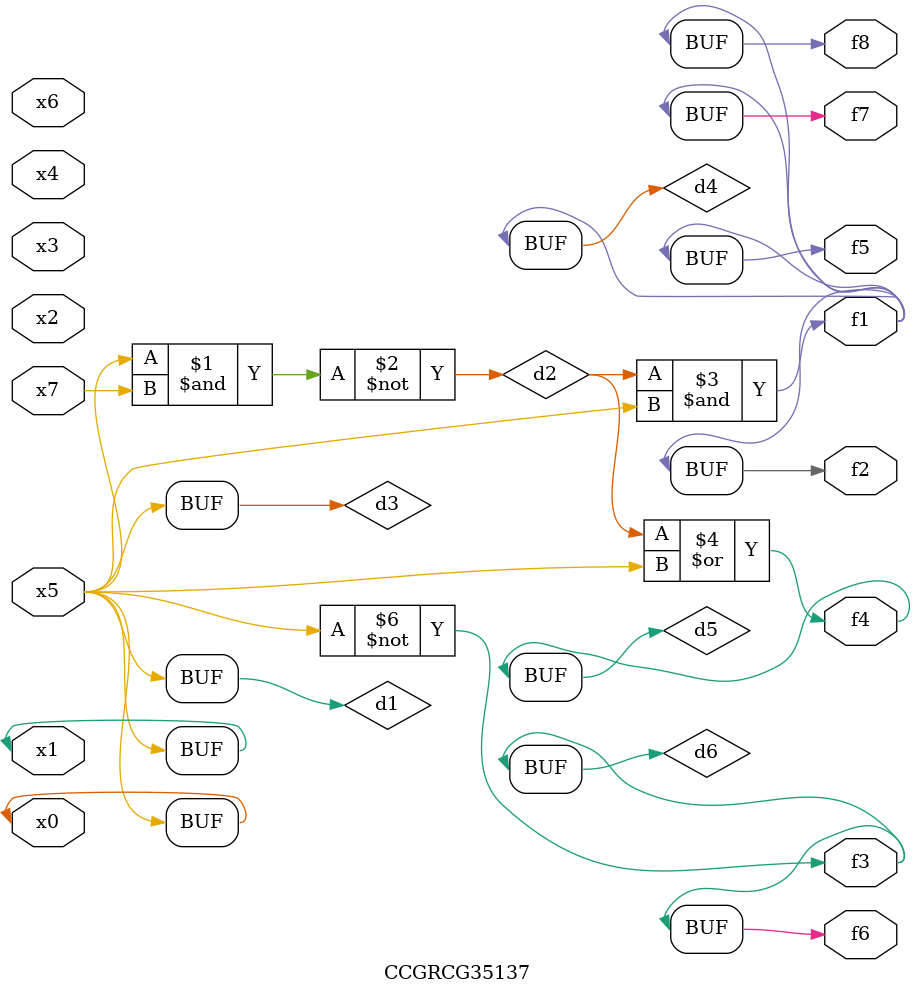
<source format=v>
module CCGRCG35137(
	input x0, x1, x2, x3, x4, x5, x6, x7,
	output f1, f2, f3, f4, f5, f6, f7, f8
);

	wire d1, d2, d3, d4, d5, d6;

	buf (d1, x0, x5);
	nand (d2, x5, x7);
	buf (d3, x0, x1);
	and (d4, d2, d3);
	or (d5, d2, d3);
	nor (d6, d1, d3);
	assign f1 = d4;
	assign f2 = d4;
	assign f3 = d6;
	assign f4 = d5;
	assign f5 = d4;
	assign f6 = d6;
	assign f7 = d4;
	assign f8 = d4;
endmodule

</source>
